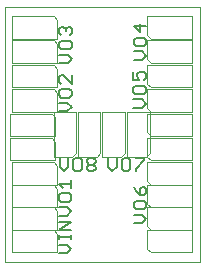
<source format=gto>
G75*
%MOIN*%
%OFA0B0*%
%FSLAX24Y24*%
%IPPOS*%
%LPD*%
%AMOC8*
5,1,8,0,0,1.08239X$1,22.5*
%
%ADD10C,0.0000*%
%ADD11C,0.0040*%
%ADD12C,0.0080*%
D10*
X002392Y002517D02*
X002392Y011017D01*
X008892Y011017D01*
X008892Y002517D01*
X002392Y002517D01*
D11*
X002639Y002821D02*
X002639Y003571D01*
X004014Y003571D01*
X004139Y003446D01*
X004139Y002821D01*
X002639Y002821D01*
X002642Y003579D02*
X002642Y004329D01*
X004017Y004329D01*
X004142Y004204D01*
X004142Y003579D01*
X002642Y003579D01*
X002642Y004329D02*
X002642Y005079D01*
X002642Y005829D01*
X004017Y005829D01*
X004142Y005704D01*
X004142Y005079D01*
X002642Y005079D01*
X004017Y005079D01*
X004142Y004954D01*
X004142Y004329D01*
X002642Y004329D01*
X002579Y005892D02*
X002579Y006642D01*
X003954Y006642D01*
X004079Y006517D01*
X004079Y005892D01*
X002579Y005892D01*
X002579Y006704D02*
X002579Y007454D01*
X003954Y007454D01*
X004079Y007329D01*
X004079Y006704D01*
X002579Y006704D01*
X002642Y007517D02*
X002642Y008267D01*
X004017Y008267D01*
X004142Y008142D01*
X004142Y007517D01*
X002642Y007517D01*
X002642Y008329D02*
X002642Y009079D01*
X004017Y009079D01*
X004142Y008954D01*
X004142Y008329D01*
X002642Y008329D01*
X002642Y009142D02*
X002642Y009892D01*
X004017Y009892D01*
X004142Y009767D01*
X004142Y009142D01*
X002642Y009142D01*
X002642Y009954D02*
X002642Y010704D01*
X004017Y010704D01*
X004142Y010579D01*
X004142Y009954D01*
X002642Y009954D01*
X004017Y007517D02*
X004767Y007517D01*
X004767Y006142D01*
X004642Y006017D01*
X004017Y006017D01*
X004017Y007517D01*
X004829Y007517D02*
X005579Y007517D01*
X005579Y006142D01*
X005454Y006017D01*
X004829Y006017D01*
X004829Y007517D01*
X005642Y007517D02*
X006392Y007517D01*
X006392Y006142D01*
X006267Y006017D01*
X005642Y006017D01*
X005642Y007517D01*
X006463Y007502D02*
X007213Y007502D01*
X007213Y006127D01*
X007088Y006002D01*
X006463Y006002D01*
X006463Y007502D01*
X007142Y007454D02*
X007142Y006829D01*
X007267Y006704D01*
X008642Y006704D01*
X008642Y007454D01*
X007142Y007454D01*
X007267Y007517D02*
X007142Y007642D01*
X007142Y008267D01*
X008642Y008267D01*
X008642Y007517D01*
X007267Y007517D01*
X007267Y008329D02*
X007142Y008454D01*
X007142Y009079D01*
X008642Y009079D01*
X008642Y008329D01*
X007267Y008329D01*
X007267Y009142D02*
X007142Y009267D01*
X007142Y009892D01*
X008642Y009892D01*
X008642Y009142D01*
X007267Y009142D01*
X007267Y009954D02*
X007142Y010079D01*
X007142Y010704D01*
X008642Y010704D01*
X008642Y009954D01*
X007267Y009954D01*
X007142Y006642D02*
X008642Y006642D01*
X008642Y005892D01*
X007267Y005892D01*
X007142Y006017D01*
X007142Y006642D01*
X007142Y005829D02*
X008642Y005829D01*
X008642Y005079D01*
X007267Y005079D01*
X007142Y005204D01*
X007142Y005829D01*
X007142Y005079D02*
X008642Y005079D01*
X008642Y004329D01*
X008642Y003579D01*
X007267Y003579D01*
X007142Y003704D01*
X007142Y004329D01*
X008642Y004329D01*
X007267Y004329D01*
X007142Y004454D01*
X007142Y005079D01*
X007142Y003579D02*
X008642Y003579D01*
X008642Y002829D01*
X007267Y002829D01*
X007142Y002954D01*
X007142Y003579D01*
D12*
X006962Y003807D02*
X007102Y003947D01*
X006962Y004087D01*
X006681Y004087D01*
X006751Y004267D02*
X007032Y004267D01*
X007102Y004337D01*
X007102Y004477D01*
X007032Y004547D01*
X006751Y004547D01*
X006681Y004477D01*
X006681Y004337D01*
X006751Y004267D01*
X006681Y003807D02*
X006962Y003807D01*
X006891Y004727D02*
X007032Y004727D01*
X007102Y004798D01*
X007102Y004938D01*
X007032Y005008D01*
X006962Y005008D01*
X006891Y004938D01*
X006891Y004727D01*
X006751Y004868D01*
X006681Y005008D01*
X006759Y005544D02*
X006759Y005614D01*
X007039Y005894D01*
X007039Y005965D01*
X006759Y005965D01*
X006579Y005894D02*
X006509Y005965D01*
X006368Y005965D01*
X006298Y005894D01*
X006298Y005614D01*
X006368Y005544D01*
X006509Y005544D01*
X006579Y005614D01*
X006579Y005894D01*
X006118Y005965D02*
X006118Y005684D01*
X005978Y005544D01*
X005838Y005684D01*
X005838Y005965D01*
X005414Y005894D02*
X005414Y005824D01*
X005344Y005754D01*
X005204Y005754D01*
X005134Y005824D01*
X005134Y005894D01*
X005204Y005965D01*
X005344Y005965D01*
X005414Y005894D01*
X005344Y005754D02*
X005414Y005684D01*
X005414Y005614D01*
X005344Y005544D01*
X005204Y005544D01*
X005134Y005614D01*
X005134Y005684D01*
X005204Y005754D01*
X004954Y005614D02*
X004954Y005894D01*
X004884Y005965D01*
X004743Y005965D01*
X004673Y005894D01*
X004673Y005614D01*
X004743Y005544D01*
X004884Y005544D01*
X004954Y005614D01*
X004602Y005252D02*
X004602Y004971D01*
X004602Y005111D02*
X004181Y005111D01*
X004321Y004971D01*
X004251Y004791D02*
X004181Y004721D01*
X004181Y004581D01*
X004251Y004511D01*
X004532Y004511D01*
X004602Y004581D01*
X004602Y004721D01*
X004532Y004791D01*
X004251Y004791D01*
X004181Y004331D02*
X004462Y004331D01*
X004602Y004191D01*
X004462Y004050D01*
X004181Y004050D01*
X004181Y003854D02*
X004602Y003854D01*
X004181Y003574D01*
X004602Y003574D01*
X004602Y003407D02*
X004602Y003267D01*
X004602Y003337D02*
X004181Y003337D01*
X004181Y003267D02*
X004181Y003407D01*
X004181Y003087D02*
X004462Y003087D01*
X004602Y002947D01*
X004462Y002807D01*
X004181Y002807D01*
X004353Y005544D02*
X004493Y005684D01*
X004493Y005965D01*
X004213Y005965D02*
X004213Y005684D01*
X004353Y005544D01*
X004474Y007525D02*
X004194Y007525D01*
X004474Y007525D02*
X004614Y007666D01*
X004474Y007806D01*
X004194Y007806D01*
X004264Y007986D02*
X004194Y008056D01*
X004194Y008196D01*
X004264Y008266D01*
X004544Y008266D01*
X004614Y008196D01*
X004614Y008056D01*
X004544Y007986D01*
X004264Y007986D01*
X004264Y008446D02*
X004194Y008516D01*
X004194Y008656D01*
X004264Y008727D01*
X004334Y008727D01*
X004614Y008446D01*
X004614Y008727D01*
X004484Y009136D02*
X004204Y009136D01*
X004204Y009416D02*
X004484Y009416D01*
X004625Y009276D01*
X004484Y009136D01*
X004554Y009596D02*
X004274Y009596D01*
X004204Y009666D01*
X004204Y009806D01*
X004274Y009876D01*
X004554Y009876D01*
X004625Y009806D01*
X004625Y009666D01*
X004554Y009596D01*
X004554Y010057D02*
X004625Y010127D01*
X004625Y010267D01*
X004554Y010337D01*
X004484Y010337D01*
X004414Y010267D01*
X004414Y010197D01*
X004414Y010267D02*
X004344Y010337D01*
X004274Y010337D01*
X004204Y010267D01*
X004204Y010127D01*
X004274Y010057D01*
X006681Y009915D02*
X006681Y009775D01*
X006751Y009705D01*
X007032Y009705D01*
X007102Y009775D01*
X007102Y009915D01*
X007032Y009985D01*
X006751Y009985D01*
X006681Y009915D01*
X006891Y010165D02*
X006891Y010445D01*
X006681Y010375D02*
X006891Y010165D01*
X006681Y010375D02*
X007102Y010375D01*
X006962Y009524D02*
X006681Y009524D01*
X006681Y009244D02*
X006962Y009244D01*
X007102Y009384D01*
X006962Y009524D01*
X007019Y008845D02*
X006879Y008845D01*
X006809Y008775D01*
X006809Y008705D01*
X006879Y008565D01*
X006669Y008565D01*
X006669Y008845D01*
X007019Y008845D02*
X007089Y008775D01*
X007089Y008635D01*
X007019Y008565D01*
X007019Y008385D02*
X006739Y008385D01*
X006669Y008315D01*
X006669Y008175D01*
X006739Y008105D01*
X007019Y008105D01*
X007089Y008175D01*
X007089Y008315D01*
X007019Y008385D01*
X006949Y007924D02*
X006669Y007924D01*
X006669Y007644D02*
X006949Y007644D01*
X007089Y007784D01*
X006949Y007924D01*
M02*

</source>
